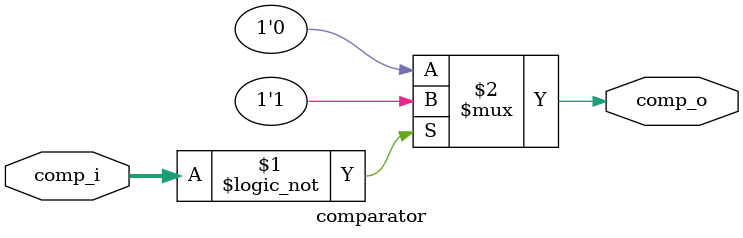
<source format=v>
module comparator(
input [3:0] comp_i,
output comp_o
);
assign comp_o=(comp_i==4'h0)?1'b1:1'b0;
endmodule

</source>
